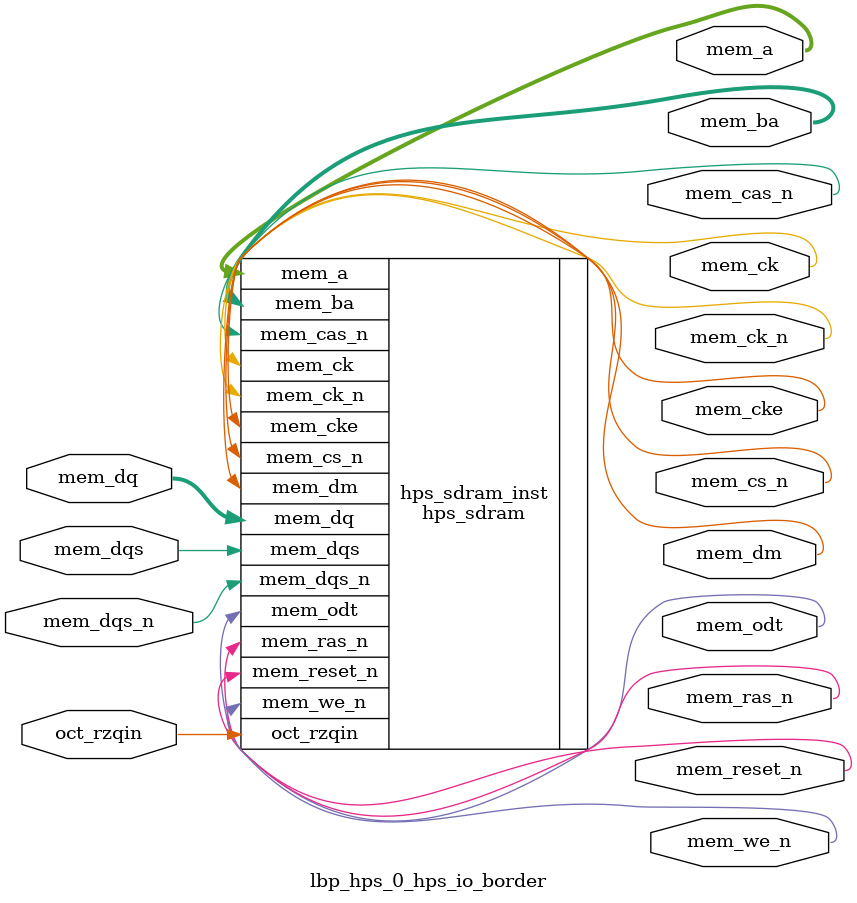
<source format=sv>


module lbp_hps_0_hps_io_border(
// memory
  output wire [13 - 1 : 0 ] mem_a
 ,output wire [3 - 1 : 0 ] mem_ba
 ,output wire [1 - 1 : 0 ] mem_ck
 ,output wire [1 - 1 : 0 ] mem_ck_n
 ,output wire [1 - 1 : 0 ] mem_cke
 ,output wire [1 - 1 : 0 ] mem_cs_n
 ,output wire [1 - 1 : 0 ] mem_ras_n
 ,output wire [1 - 1 : 0 ] mem_cas_n
 ,output wire [1 - 1 : 0 ] mem_we_n
 ,output wire [1 - 1 : 0 ] mem_reset_n
 ,inout wire [8 - 1 : 0 ] mem_dq
 ,inout wire [1 - 1 : 0 ] mem_dqs
 ,inout wire [1 - 1 : 0 ] mem_dqs_n
 ,output wire [1 - 1 : 0 ] mem_odt
 ,output wire [1 - 1 : 0 ] mem_dm
 ,input wire [1 - 1 : 0 ] oct_rzqin
);


hps_sdram hps_sdram_inst(
 .mem_dq({
    mem_dq[7:0] // 7:0
  })
,.mem_odt({
    mem_odt[0:0] // 0:0
  })
,.mem_ras_n({
    mem_ras_n[0:0] // 0:0
  })
,.mem_dqs_n({
    mem_dqs_n[0:0] // 0:0
  })
,.mem_dqs({
    mem_dqs[0:0] // 0:0
  })
,.mem_dm({
    mem_dm[0:0] // 0:0
  })
,.mem_we_n({
    mem_we_n[0:0] // 0:0
  })
,.mem_cas_n({
    mem_cas_n[0:0] // 0:0
  })
,.mem_ba({
    mem_ba[2:0] // 2:0
  })
,.mem_a({
    mem_a[12:0] // 12:0
  })
,.mem_cs_n({
    mem_cs_n[0:0] // 0:0
  })
,.mem_ck({
    mem_ck[0:0] // 0:0
  })
,.mem_cke({
    mem_cke[0:0] // 0:0
  })
,.oct_rzqin({
    oct_rzqin[0:0] // 0:0
  })
,.mem_reset_n({
    mem_reset_n[0:0] // 0:0
  })
,.mem_ck_n({
    mem_ck_n[0:0] // 0:0
  })
);

endmodule


</source>
